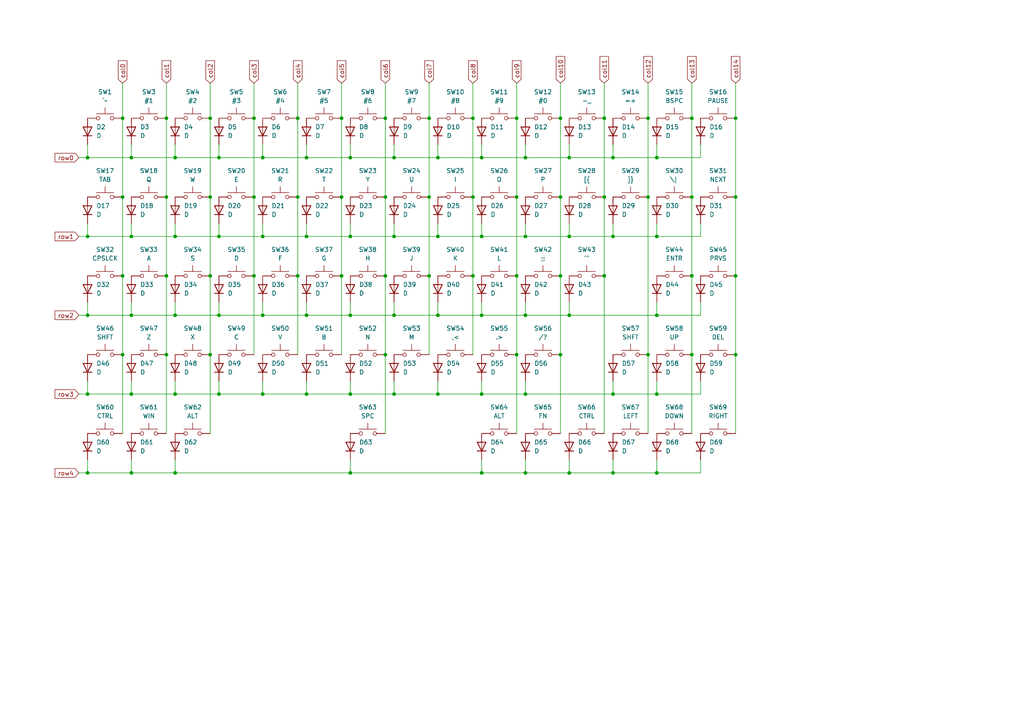
<source format=kicad_sch>
(kicad_sch (version 20250114) (generator "eeschema") (generator_version "9.0")
  (paper "A4")
  (junction (at 114.3 114.3))
  (junction (at 76.2 91.44))
  (junction (at 213.36 102.87))
  (junction (at 149.86 80.01))
  (junction (at 200.66 80.01))
  (junction (at 35.56 80.01))
  (junction (at 200.66 102.87))
  (junction (at 48.26 34.29))
  (junction (at 63.5 114.3))
  (junction (at 213.36 34.29))
  (junction (at 101.6 137.16))
  (junction (at 50.8 114.3))
  (junction (at 177.8 137.16))
  (junction (at 25.4 68.58))
  (junction (at 190.5 114.3))
  (junction (at 187.96 34.29))
  (junction (at 200.66 57.15))
  (junction (at 50.8 68.58))
  (junction (at 152.4 68.58))
  (junction (at 165.1 68.58))
  (junction (at 137.16 57.15))
  (junction (at 187.96 102.87))
  (junction (at 175.26 80.01))
  (junction (at 25.4 114.3))
  (junction (at 25.4 91.44))
  (junction (at 60.96 102.87))
  (junction (at 187.96 57.15))
  (junction (at 175.26 57.15))
  (junction (at 124.46 34.29))
  (junction (at 190.5 45.72))
  (junction (at 114.3 45.72))
  (junction (at 139.7 137.16))
  (junction (at 38.1 91.44))
  (junction (at 73.66 80.01))
  (junction (at 165.1 91.44))
  (junction (at 99.06 34.29))
  (junction (at 127 68.58))
  (junction (at 73.66 57.15))
  (junction (at 48.26 57.15))
  (junction (at 137.16 34.29))
  (junction (at 152.4 45.72))
  (junction (at 165.1 45.72))
  (junction (at 76.2 68.58))
  (junction (at 35.56 57.15))
  (junction (at 111.76 80.01))
  (junction (at 162.56 102.87))
  (junction (at 139.7 91.44))
  (junction (at 38.1 114.3))
  (junction (at 99.06 80.01))
  (junction (at 73.66 34.29))
  (junction (at 162.56 57.15))
  (junction (at 165.1 137.16))
  (junction (at 111.76 34.29))
  (junction (at 50.8 45.72))
  (junction (at 48.26 102.87))
  (junction (at 149.86 102.87))
  (junction (at 190.5 137.16))
  (junction (at 38.1 68.58))
  (junction (at 149.86 57.15))
  (junction (at 127 114.3))
  (junction (at 25.4 137.16))
  (junction (at 177.8 45.72))
  (junction (at 88.9 91.44))
  (junction (at 213.36 80.01))
  (junction (at 88.9 114.3))
  (junction (at 190.5 68.58))
  (junction (at 25.4 45.72))
  (junction (at 35.56 102.87))
  (junction (at 60.96 57.15))
  (junction (at 190.5 91.44))
  (junction (at 99.06 57.15))
  (junction (at 86.36 80.01))
  (junction (at 86.36 57.15))
  (junction (at 111.76 57.15))
  (junction (at 114.3 68.58))
  (junction (at 76.2 114.3))
  (junction (at 200.66 34.29))
  (junction (at 124.46 80.01))
  (junction (at 63.5 91.44))
  (junction (at 127 91.44))
  (junction (at 139.7 45.72))
  (junction (at 152.4 137.16))
  (junction (at 111.76 102.87))
  (junction (at 86.36 34.29))
  (junction (at 137.16 80.01))
  (junction (at 50.8 91.44))
  (junction (at 88.9 68.58))
  (junction (at 177.8 68.58))
  (junction (at 177.8 114.3))
  (junction (at 60.96 80.01))
  (junction (at 175.26 34.29))
  (junction (at 213.36 57.15))
  (junction (at 60.96 34.29))
  (junction (at 50.8 137.16))
  (junction (at 162.56 34.29))
  (junction (at 101.6 91.44))
  (junction (at 114.3 91.44))
  (junction (at 101.6 45.72))
  (junction (at 35.56 34.29))
  (junction (at 76.2 45.72))
  (junction (at 152.4 114.3))
  (junction (at 38.1 137.16))
  (junction (at 101.6 68.58))
  (junction (at 152.4 91.44))
  (junction (at 63.5 68.58))
  (junction (at 124.46 57.15))
  (junction (at 48.26 80.01))
  (junction (at 139.7 114.3))
  (junction (at 139.7 68.58))
  (junction (at 88.9 45.72))
  (junction (at 101.6 114.3))
  (junction (at 149.86 34.29))
  (junction (at 162.56 80.01))
  (junction (at 38.1 45.72))
  (junction (at 127 45.72))
  (junction (at 63.5 45.72))
  (wire (pts (xy 139.7 110.49) (xy 139.7 114.3)))
  (wire (pts (xy 149.86 24.13) (xy 149.86 34.29)))
  (wire (pts (xy 38.1 87.63) (xy 38.1 91.44)))
  (wire (pts (xy 177.8 114.3) (xy 190.5 114.3)))
  (wire (pts (xy 137.16 80.01) (xy 137.16 102.87)))
  (wire (pts (xy 152.4 41.91) (xy 152.4 45.72)))
  (wire (pts (xy 88.9 91.44) (xy 101.6 91.44)))
  (wire (pts (xy 60.96 102.87) (xy 60.96 125.73)))
  (wire (pts (xy 99.06 34.29) (xy 99.06 57.15)))
  (wire (pts (xy 63.5 87.63) (xy 63.5 91.44)))
  (wire (pts (xy 22.86 68.58) (xy 25.4 68.58)))
  (wire (pts (xy 190.5 45.72) (xy 203.2 45.72)))
  (wire (pts (xy 165.1 68.58) (xy 177.8 68.58)))
  (wire (pts (xy 165.1 137.16) (xy 177.8 137.16)))
  (wire (pts (xy 200.66 80.01) (xy 200.66 102.87)))
  (wire (pts (xy 76.2 110.49) (xy 76.2 114.3)))
  (wire (pts (xy 139.7 68.58) (xy 152.4 68.58)))
  (wire (pts (xy 76.2 91.44) (xy 88.9 91.44)))
  (wire (pts (xy 139.7 137.16) (xy 152.4 137.16)))
  (wire (pts (xy 203.2 133.35) (xy 203.2 137.16)))
  (wire (pts (xy 177.8 68.58) (xy 190.5 68.58)))
  (wire (pts (xy 88.9 114.3) (xy 101.6 114.3)))
  (wire (pts (xy 200.66 24.13) (xy 200.66 34.29)))
  (wire (pts (xy 63.5 45.72) (xy 76.2 45.72)))
  (wire (pts (xy 25.4 45.72) (xy 38.1 45.72)))
  (wire (pts (xy 114.3 110.49) (xy 114.3 114.3)))
  (wire (pts (xy 88.9 64.77) (xy 88.9 68.58)))
  (wire (pts (xy 152.4 45.72) (xy 165.1 45.72)))
  (wire (pts (xy 190.5 64.77) (xy 190.5 68.58)))
  (wire (pts (xy 127 91.44) (xy 139.7 91.44)))
  (wire (pts (xy 88.9 45.72) (xy 101.6 45.72)))
  (wire (pts (xy 35.56 57.15) (xy 35.56 80.01)))
  (wire (pts (xy 88.9 68.58) (xy 101.6 68.58)))
  (wire (pts (xy 88.9 87.63) (xy 88.9 91.44)))
  (wire (pts (xy 101.6 133.35) (xy 101.6 137.16)))
  (wire (pts (xy 203.2 41.91) (xy 203.2 45.72)))
  (wire (pts (xy 63.5 114.3) (xy 76.2 114.3)))
  (wire (pts (xy 76.2 68.58) (xy 88.9 68.58)))
  (wire (pts (xy 25.4 114.3) (xy 38.1 114.3)))
  (wire (pts (xy 111.76 80.01) (xy 111.76 102.87)))
  (wire (pts (xy 114.3 87.63) (xy 114.3 91.44)))
  (wire (pts (xy 99.06 80.01) (xy 99.06 102.87)))
  (wire (pts (xy 76.2 41.91) (xy 76.2 45.72)))
  (wire (pts (xy 86.36 57.15) (xy 86.36 80.01)))
  (wire (pts (xy 22.86 137.16) (xy 25.4 137.16)))
  (wire (pts (xy 88.9 110.49) (xy 88.9 114.3)))
  (wire (pts (xy 38.1 41.91) (xy 38.1 45.72)))
  (wire (pts (xy 114.3 64.77) (xy 114.3 68.58)))
  (wire (pts (xy 203.2 110.49) (xy 203.2 114.3)))
  (wire (pts (xy 152.4 110.49) (xy 152.4 114.3)))
  (wire (pts (xy 177.8 110.49) (xy 177.8 114.3)))
  (wire (pts (xy 73.66 24.13) (xy 73.66 34.29)))
  (wire (pts (xy 50.8 87.63) (xy 50.8 91.44)))
  (wire (pts (xy 213.36 34.29) (xy 213.36 57.15)))
  (wire (pts (xy 25.4 91.44) (xy 38.1 91.44)))
  (wire (pts (xy 149.86 80.01) (xy 149.86 102.87)))
  (wire (pts (xy 187.96 57.15) (xy 187.96 102.87)))
  (wire (pts (xy 38.1 91.44) (xy 50.8 91.44)))
  (wire (pts (xy 76.2 87.63) (xy 76.2 91.44)))
  (wire (pts (xy 76.2 64.77) (xy 76.2 68.58)))
  (wire (pts (xy 60.96 57.15) (xy 60.96 80.01)))
  (wire (pts (xy 63.5 41.91) (xy 63.5 45.72)))
  (wire (pts (xy 203.2 87.63) (xy 203.2 91.44)))
  (wire (pts (xy 48.26 102.87) (xy 48.26 125.73)))
  (wire (pts (xy 137.16 57.15) (xy 137.16 80.01)))
  (wire (pts (xy 25.4 110.49) (xy 25.4 114.3)))
  (wire (pts (xy 149.86 34.29) (xy 149.86 57.15)))
  (wire (pts (xy 175.26 80.01) (xy 175.26 125.73)))
  (wire (pts (xy 149.86 102.87) (xy 149.86 125.73)))
  (wire (pts (xy 190.5 133.35) (xy 190.5 137.16)))
  (wire (pts (xy 50.8 64.77) (xy 50.8 68.58)))
  (wire (pts (xy 213.36 57.15) (xy 213.36 80.01)))
  (wire (pts (xy 187.96 34.29) (xy 187.96 57.15)))
  (wire (pts (xy 99.06 57.15) (xy 99.06 80.01)))
  (wire (pts (xy 152.4 64.77) (xy 152.4 68.58)))
  (wire (pts (xy 127 114.3) (xy 139.7 114.3)))
  (wire (pts (xy 101.6 68.58) (xy 114.3 68.58)))
  (wire (pts (xy 190.5 114.3) (xy 203.2 114.3)))
  (wire (pts (xy 165.1 45.72) (xy 177.8 45.72)))
  (wire (pts (xy 111.76 57.15) (xy 111.76 80.01)))
  (wire (pts (xy 177.8 64.77) (xy 177.8 68.58)))
  (wire (pts (xy 177.8 133.35) (xy 177.8 137.16)))
  (wire (pts (xy 152.4 137.16) (xy 165.1 137.16)))
  (wire (pts (xy 50.8 91.44) (xy 63.5 91.44)))
  (wire (pts (xy 152.4 87.63) (xy 152.4 91.44)))
  (wire (pts (xy 114.3 68.58) (xy 127 68.58)))
  (wire (pts (xy 190.5 137.16) (xy 203.2 137.16)))
  (wire (pts (xy 48.26 24.13) (xy 48.26 34.29)))
  (wire (pts (xy 25.4 87.63) (xy 25.4 91.44)))
  (wire (pts (xy 48.26 34.29) (xy 48.26 57.15)))
  (wire (pts (xy 22.86 114.3) (xy 25.4 114.3)))
  (wire (pts (xy 114.3 45.72) (xy 127 45.72)))
  (wire (pts (xy 149.86 57.15) (xy 149.86 80.01)))
  (wire (pts (xy 165.1 87.63) (xy 165.1 91.44)))
  (wire (pts (xy 139.7 45.72) (xy 152.4 45.72)))
  (wire (pts (xy 162.56 34.29) (xy 162.56 57.15)))
  (wire (pts (xy 38.1 114.3) (xy 50.8 114.3)))
  (wire (pts (xy 162.56 57.15) (xy 162.56 80.01)))
  (wire (pts (xy 38.1 137.16) (xy 50.8 137.16)))
  (wire (pts (xy 101.6 45.72) (xy 114.3 45.72)))
  (wire (pts (xy 127 87.63) (xy 127 91.44)))
  (wire (pts (xy 203.2 64.77) (xy 203.2 68.58)))
  (wire (pts (xy 50.8 137.16) (xy 101.6 137.16)))
  (wire (pts (xy 139.7 64.77) (xy 139.7 68.58)))
  (wire (pts (xy 213.36 80.01) (xy 213.36 102.87)))
  (wire (pts (xy 162.56 80.01) (xy 162.56 102.87)))
  (wire (pts (xy 114.3 41.91) (xy 114.3 45.72)))
  (wire (pts (xy 60.96 34.29) (xy 60.96 57.15)))
  (wire (pts (xy 60.96 80.01) (xy 60.96 102.87)))
  (wire (pts (xy 190.5 41.91) (xy 190.5 45.72)))
  (wire (pts (xy 213.36 24.13) (xy 213.36 34.29)))
  (wire (pts (xy 175.26 57.15) (xy 175.26 80.01)))
  (wire (pts (xy 73.66 80.01) (xy 73.66 102.87)))
  (wire (pts (xy 86.36 34.29) (xy 86.36 57.15)))
  (wire (pts (xy 38.1 133.35) (xy 38.1 137.16)))
  (wire (pts (xy 111.76 102.87) (xy 111.76 125.73)))
  (wire (pts (xy 190.5 91.44) (xy 203.2 91.44)))
  (wire (pts (xy 48.26 57.15) (xy 48.26 80.01)))
  (wire (pts (xy 162.56 102.87) (xy 162.56 125.73)))
  (wire (pts (xy 35.56 24.13) (xy 35.56 34.29)))
  (wire (pts (xy 50.8 114.3) (xy 63.5 114.3)))
  (wire (pts (xy 127 64.77) (xy 127 68.58)))
  (wire (pts (xy 152.4 91.44) (xy 165.1 91.44)))
  (wire (pts (xy 101.6 114.3) (xy 114.3 114.3)))
  (wire (pts (xy 152.4 114.3) (xy 177.8 114.3)))
  (wire (pts (xy 124.46 34.29) (xy 124.46 57.15)))
  (wire (pts (xy 25.4 68.58) (xy 38.1 68.58)))
  (wire (pts (xy 177.8 45.72) (xy 190.5 45.72)))
  (wire (pts (xy 200.66 57.15) (xy 200.66 80.01)))
  (wire (pts (xy 101.6 87.63) (xy 101.6 91.44)))
  (wire (pts (xy 152.4 133.35) (xy 152.4 137.16)))
  (wire (pts (xy 101.6 91.44) (xy 114.3 91.44)))
  (wire (pts (xy 111.76 24.13) (xy 111.76 34.29)))
  (wire (pts (xy 162.56 24.13) (xy 162.56 34.29)))
  (wire (pts (xy 38.1 68.58) (xy 50.8 68.58)))
  (wire (pts (xy 99.06 24.13) (xy 99.06 34.29)))
  (wire (pts (xy 139.7 87.63) (xy 139.7 91.44)))
  (wire (pts (xy 50.8 41.91) (xy 50.8 45.72)))
  (wire (pts (xy 139.7 133.35) (xy 139.7 137.16)))
  (wire (pts (xy 137.16 34.29) (xy 137.16 57.15)))
  (wire (pts (xy 213.36 102.87) (xy 213.36 125.73)))
  (wire (pts (xy 48.26 80.01) (xy 48.26 102.87)))
  (wire (pts (xy 139.7 41.91) (xy 139.7 45.72)))
  (wire (pts (xy 38.1 64.77) (xy 38.1 68.58)))
  (wire (pts (xy 50.8 45.72) (xy 63.5 45.72)))
  (wire (pts (xy 177.8 41.91) (xy 177.8 45.72)))
  (wire (pts (xy 175.26 24.13) (xy 175.26 34.29)))
  (wire (pts (xy 165.1 133.35) (xy 165.1 137.16)))
  (wire (pts (xy 63.5 110.49) (xy 63.5 114.3)))
  (wire (pts (xy 152.4 68.58) (xy 165.1 68.58)))
  (wire (pts (xy 187.96 102.87) (xy 187.96 125.73)))
  (wire (pts (xy 22.86 91.44) (xy 25.4 91.44)))
  (wire (pts (xy 101.6 41.91) (xy 101.6 45.72)))
  (wire (pts (xy 86.36 80.01) (xy 86.36 102.87)))
  (wire (pts (xy 127 68.58) (xy 139.7 68.58)))
  (wire (pts (xy 111.76 34.29) (xy 111.76 57.15)))
  (wire (pts (xy 25.4 137.16) (xy 38.1 137.16)))
  (wire (pts (xy 73.66 34.29) (xy 73.66 57.15)))
  (wire (pts (xy 63.5 64.77) (xy 63.5 68.58)))
  (wire (pts (xy 175.26 34.29) (xy 175.26 57.15)))
  (wire (pts (xy 127 45.72) (xy 139.7 45.72)))
  (wire (pts (xy 124.46 80.01) (xy 124.46 102.87)))
  (wire (pts (xy 22.86 45.72) (xy 25.4 45.72)))
  (wire (pts (xy 60.96 24.13) (xy 60.96 34.29)))
  (wire (pts (xy 25.4 64.77) (xy 25.4 68.58)))
  (wire (pts (xy 73.66 57.15) (xy 73.66 80.01)))
  (wire (pts (xy 114.3 114.3) (xy 127 114.3)))
  (wire (pts (xy 63.5 91.44) (xy 76.2 91.44)))
  (wire (pts (xy 35.56 80.01) (xy 35.56 102.87)))
  (wire (pts (xy 86.36 24.13) (xy 86.36 34.29)))
  (wire (pts (xy 190.5 87.63) (xy 190.5 91.44)))
  (wire (pts (xy 165.1 64.77) (xy 165.1 68.58)))
  (wire (pts (xy 101.6 137.16) (xy 139.7 137.16)))
  (wire (pts (xy 190.5 68.58) (xy 203.2 68.58)))
  (wire (pts (xy 165.1 91.44) (xy 190.5 91.44)))
  (wire (pts (xy 139.7 114.3) (xy 152.4 114.3)))
  (wire (pts (xy 137.16 24.13) (xy 137.16 34.29)))
  (wire (pts (xy 50.8 110.49) (xy 50.8 114.3)))
  (wire (pts (xy 200.66 102.87) (xy 200.66 125.73)))
  (wire (pts (xy 88.9 41.91) (xy 88.9 45.72)))
  (wire (pts (xy 139.7 91.44) (xy 152.4 91.44)))
  (wire (pts (xy 76.2 45.72) (xy 88.9 45.72)))
  (wire (pts (xy 35.56 102.87) (xy 35.56 125.73)))
  (wire (pts (xy 50.8 68.58) (xy 63.5 68.58)))
  (wire (pts (xy 25.4 133.35) (xy 25.4 137.16)))
  (wire (pts (xy 165.1 41.91) (xy 165.1 45.72)))
  (wire (pts (xy 127 41.91) (xy 127 45.72)))
  (wire (pts (xy 63.5 68.58) (xy 76.2 68.58)))
  (wire (pts (xy 200.66 34.29) (xy 200.66 57.15)))
  (wire (pts (xy 124.46 57.15) (xy 124.46 80.01)))
  (wire (pts (xy 187.96 24.13) (xy 187.96 34.29)))
  (wire (pts (xy 76.2 114.3) (xy 88.9 114.3)))
  (wire (pts (xy 101.6 64.77) (xy 101.6 68.58)))
  (wire (pts (xy 25.4 41.91) (xy 25.4 45.72)))
  (wire (pts (xy 38.1 110.49) (xy 38.1 114.3)))
  (wire (pts (xy 190.5 110.49) (xy 190.5 114.3)))
  (wire (pts (xy 177.8 137.16) (xy 190.5 137.16)))
  (wire (pts (xy 124.46 24.13) (xy 124.46 34.29)))
  (wire (pts (xy 50.8 133.35) (xy 50.8 137.16)))
  (wire (pts (xy 114.3 91.44) (xy 127 91.44)))
  (wire (pts (xy 38.1 45.72) (xy 50.8 45.72)))
  (wire (pts (xy 127 110.49) (xy 127 114.3)))
  (wire (pts (xy 101.6 110.49) (xy 101.6 114.3)))
  (wire (pts (xy 35.56 34.29) (xy 35.56 57.15)))
  (global_label "row3" (shape input) (at 22.86 114.3 180) (property "Intersheetrefs" "${INTERSHEET_REFS}" (effects (hide yes))))
  (global_label "row2" (shape input) (at 22.86 91.44 180) (property "Intersheetrefs" "${INTERSHEET_REFS}" (effects (hide yes))))
  (global_label "col8" (shape input) (at 137.16 24.13 90) (property "Intersheetrefs" "${INTERSHEET_REFS}" (effects (hide yes))))
  (global_label "col2" (shape input) (at 60.96 24.13 90) (property "Intersheetrefs" "${INTERSHEET_REFS}" (effects (hide yes))))
  (global_label "col9" (shape input) (at 149.86 24.13 90) (property "Intersheetrefs" "${INTERSHEET_REFS}" (effects (hide yes))))
  (global_label "col12" (shape input) (at 187.96 24.13 90) (property "Intersheetrefs" "${INTERSHEET_REFS}" (effects (hide yes))))
  (global_label "col4" (shape input) (at 86.36 24.13 90) (property "Intersheetrefs" "${INTERSHEET_REFS}" (effects (hide yes))))
  (global_label "col5" (shape input) (at 99.06 24.13 90) (property "Intersheetrefs" "${INTERSHEET_REFS}" (effects (hide yes))))
  (global_label "row0" (shape input) (at 22.86 45.72 180) (property "Intersheetrefs" "${INTERSHEET_REFS}" (effects (hide yes))))
  (global_label "row1" (shape input) (at 22.86 68.58 180) (property "Intersheetrefs" "${INTERSHEET_REFS}" (effects (hide yes))))
  (global_label "col0" (shape input) (at 35.56 24.13 90) (property "Intersheetrefs" "${INTERSHEET_REFS}" (effects (hide yes))))
  (global_label "col1" (shape input) (at 48.26 24.13 90) (property "Intersheetrefs" "${INTERSHEET_REFS}" (effects (hide yes))))
  (global_label "col13" (shape input) (at 200.66 24.13 90) (property "Intersheetrefs" "${INTERSHEET_REFS}" (effects (hide yes))))
  (global_label "col7" (shape input) (at 124.46 24.13 90) (property "Intersheetrefs" "${INTERSHEET_REFS}" (effects (hide yes))))
  (global_label "col6" (shape input) (at 111.76 24.13 90) (property "Intersheetrefs" "${INTERSHEET_REFS}" (effects (hide yes))))
  (global_label "col14" (shape input) (at 213.36 24.13 90) (property "Intersheetrefs" "${INTERSHEET_REFS}" (effects (hide yes))))
  (global_label "row4" (shape input) (at 22.86 137.16 180) (property "Intersheetrefs" "${INTERSHEET_REFS}" (effects (hide yes))))
  (global_label "col11" (shape input) (at 175.26 24.13 90) (property "Intersheetrefs" "${INTERSHEET_REFS}" (effects (hide yes))))
  (global_label "col3" (shape input) (at 73.66 24.13 90) (property "Intersheetrefs" "${INTERSHEET_REFS}" (effects (hide yes))))
  (global_label "col10" (shape input) (at 162.56 24.13 90) (property "Intersheetrefs" "${INTERSHEET_REFS}" (effects (hide yes))))
  (symbol (lib_id "Device:D") (at 177.8 38.1 90) (unit 1)
    (property "Reference" "D14" (at 180.34 36.8299 90) (effects (justify right)))
    (property "Value" "D" (at 180.34 39.3699 90) (effects (justify right)))
    (property "Description" "Diode" (effects (hide yes)))
    (property "Sim.Device" "D" (effects (hide yes)))
    (property "Sim.Pins" "1=K 2=A" (effects (hide yes)))
  )
  (symbol (lib_id "Switch:SW_Push") (at 30.48 57.15 0) (unit 1)
    (property "Reference" "SW17" (at 30.48 49.53 0))
    (property "Value" "TAB" (at 30.48 52.07 0))
    (property "Description" "Push button switch, generic, two pins" (effects (hide yes)))
  )
  (symbol (lib_id "Device:D") (at 152.4 60.96 90) (unit 1)
    (property "Reference" "D27" (at 154.94 59.6899 90) (effects (justify right)))
    (property "Value" "D" (at 154.94 62.2299 90) (effects (justify right)))
    (property "Description" "Diode" (effects (hide yes)))
    (property "Sim.Device" "D" (effects (hide yes)))
    (property "Sim.Pins" "1=K 2=A" (effects (hide yes)))
  )
  (symbol (lib_id "Device:D") (at 101.6 83.82 90) (unit 1)
    (property "Reference" "D38" (at 104.14 82.5499 90) (effects (justify right)))
    (property "Value" "D" (at 104.14 85.0899 90) (effects (justify right)))
    (property "Description" "Diode" (effects (hide yes)))
    (property "Sim.Device" "D" (effects (hide yes)))
    (property "Sim.Pins" "1=K 2=A" (effects (hide yes)))
  )
  (symbol (lib_id "Device:D") (at 127 60.96 90) (unit 1)
    (property "Reference" "D25" (at 129.54 59.6899 90) (effects (justify right)))
    (property "Value" "D" (at 129.54 62.2299 90) (effects (justify right)))
    (property "Description" "Diode" (effects (hide yes)))
    (property "Sim.Device" "D" (effects (hide yes)))
    (property "Sim.Pins" "1=K 2=A" (effects (hide yes)))
  )
  (symbol (lib_id "Switch:SW_Push") (at 55.88 34.29 0) (unit 1)
    (property "Reference" "SW4" (at 55.88 26.67 0))
    (property "Value" "#2" (at 55.88 29.21 0))
    (property "Description" "Push button switch, generic, two pins" (effects (hide yes)))
  )
  (symbol (lib_id "Switch:SW_Push") (at 182.88 57.15 0) (unit 1)
    (property "Reference" "SW29" (at 182.88 49.53 0))
    (property "Value" "]}" (at 182.88 52.07 0))
    (property "Description" "Push button switch, generic, two pins" (effects (hide yes)))
  )
  (symbol (lib_id "Device:D") (at 76.2 106.68 90) (unit 1)
    (property "Reference" "D50" (at 78.74 105.4099 90) (effects (justify right)))
    (property "Value" "D" (at 78.74 107.9499 90) (effects (justify right)))
    (property "Description" "Diode" (effects (hide yes)))
    (property "Sim.Device" "D" (effects (hide yes)))
    (property "Sim.Pins" "1=K 2=A" (effects (hide yes)))
  )
  (symbol (lib_id "Switch:SW_Push") (at 195.58 34.29 0) (unit 1)
    (property "Reference" "SW15" (at 195.58 26.67 0))
    (property "Value" "BSPC" (at 195.58 29.21 0))
    (property "Description" "Push button switch, generic, two pins" (effects (hide yes)))
  )
  (symbol (lib_id "Device:D") (at 101.6 38.1 90) (unit 1)
    (property "Reference" "D8" (at 104.14 36.8299 90) (effects (justify right)))
    (property "Value" "D" (at 104.14 39.3699 90) (effects (justify right)))
    (property "Description" "Diode" (effects (hide yes)))
    (property "Sim.Device" "D" (effects (hide yes)))
    (property "Sim.Pins" "1=K 2=A" (effects (hide yes)))
  )
  (symbol (lib_id "Device:D") (at 190.5 129.54 90) (unit 1)
    (property "Reference" "D68" (at 193.04 128.2699 90) (effects (justify right)))
    (property "Value" "D" (at 193.04 130.8099 90) (effects (justify right)))
    (property "Description" "Diode" (effects (hide yes)))
    (property "Sim.Device" "D" (effects (hide yes)))
    (property "Sim.Pins" "1=K 2=A" (effects (hide yes)))
  )
  (symbol (lib_id "Switch:SW_Push") (at 30.48 125.73 0) (unit 1)
    (property "Reference" "SW60" (at 30.48 118.11 0))
    (property "Value" "CTRL" (at 30.48 120.65 0))
    (property "Description" "Push button switch, generic, two pins" (effects (hide yes)))
  )
  (symbol (lib_id "Device:D") (at 127 83.82 90) (unit 1)
    (property "Reference" "D40" (at 129.54 82.5499 90) (effects (justify right)))
    (property "Value" "D" (at 129.54 85.0899 90) (effects (justify right)))
    (property "Description" "Diode" (effects (hide yes)))
    (property "Sim.Device" "D" (effects (hide yes)))
    (property "Sim.Pins" "1=K 2=A" (effects (hide yes)))
  )
  (symbol (lib_id "Device:D") (at 88.9 60.96 90) (unit 1)
    (property "Reference" "D22" (at 91.44 59.6899 90) (effects (justify right)))
    (property "Value" "D" (at 91.44 62.2299 90) (effects (justify right)))
    (property "Description" "Diode" (effects (hide yes)))
    (property "Sim.Device" "D" (effects (hide yes)))
    (property "Sim.Pins" "1=K 2=A" (effects (hide yes)))
  )
  (symbol (lib_id "Switch:SW_Push") (at 55.88 57.15 0) (unit 1)
    (property "Reference" "SW19" (at 55.88 49.53 0))
    (property "Value" "W" (at 55.88 52.07 0))
    (property "Description" "Push button switch, generic, two pins" (effects (hide yes)))
  )
  (symbol (lib_id "Switch:SW_Push") (at 55.88 80.01 0) (unit 1)
    (property "Reference" "SW34" (at 55.88 72.39 0))
    (property "Value" "S" (at 55.88 74.93 0))
    (property "Description" "Push button switch, generic, two pins" (effects (hide yes)))
  )
  (symbol (lib_id "Switch:SW_Push") (at 106.68 80.01 0) (unit 1)
    (property "Reference" "SW38" (at 106.68 72.39 0))
    (property "Value" "H" (at 106.68 74.93 0))
    (property "Description" "Push button switch, generic, two pins" (effects (hide yes)))
  )
  (symbol (lib_id "Switch:SW_Push") (at 170.18 80.01 0) (unit 1)
    (property "Reference" "SW43" (at 170.18 72.39 0))
    (property "Value" "'\"" (at 170.18 74.93 0))
    (property "Description" "Push button switch, generic, two pins" (effects (hide yes)))
  )
  (symbol (lib_id "Switch:SW_Push") (at 68.58 102.87 0) (unit 1)
    (property "Reference" "SW49" (at 68.58 95.25 0))
    (property "Value" "C" (at 68.58 97.79 0))
    (property "Description" "Push button switch, generic, two pins" (effects (hide yes)))
  )
  (symbol (lib_id "Switch:SW_Push") (at 157.48 80.01 0) (unit 1)
    (property "Reference" "SW42" (at 157.48 72.39 0))
    (property "Value" ";:" (at 157.48 74.93 0))
    (property "Description" "Push button switch, generic, two pins" (effects (hide yes)))
  )
  (symbol (lib_id "Device:D") (at 76.2 60.96 90) (unit 1)
    (property "Reference" "D21" (at 78.74 59.6899 90) (effects (justify right)))
    (property "Value" "D" (at 78.74 62.2299 90) (effects (justify right)))
    (property "Description" "Diode" (effects (hide yes)))
    (property "Sim.Device" "D" (effects (hide yes)))
    (property "Sim.Pins" "1=K 2=A" (effects (hide yes)))
  )
  (symbol (lib_id "Device:D") (at 165.1 60.96 90) (unit 1)
    (property "Reference" "D28" (at 167.64 59.6899 90) (effects (justify right)))
    (property "Value" "D" (at 167.64 62.2299 90) (effects (justify right)))
    (property "Description" "Diode" (effects (hide yes)))
    (property "Sim.Device" "D" (effects (hide yes)))
    (property "Sim.Pins" "1=K 2=A" (effects (hide yes)))
  )
  (symbol (lib_id "Device:D") (at 152.4 129.54 90) (unit 1)
    (property "Reference" "D65" (at 154.94 128.2699 90) (effects (justify right)))
    (property "Value" "D" (at 154.94 130.8099 90) (effects (justify right)))
    (property "Description" "Diode" (effects (hide yes)))
    (property "Sim.Device" "D" (effects (hide yes)))
    (property "Sim.Pins" "1=K 2=A" (effects (hide yes)))
  )
  (symbol (lib_id "Switch:SW_Push") (at 106.68 57.15 0) (unit 1)
    (property "Reference" "SW23" (at 106.68 49.53 0))
    (property "Value" "Y" (at 106.68 52.07 0))
    (property "Description" "Push button switch, generic, two pins" (effects (hide yes)))
  )
  (symbol (lib_id "Switch:SW_Push") (at 157.48 125.73 0) (unit 1)
    (property "Reference" "SW65" (at 157.48 118.11 0))
    (property "Value" "FN" (at 157.48 120.65 0))
    (property "Description" "Push button switch, generic, two pins" (effects (hide yes)))
  )
  (symbol (lib_id "Device:D") (at 152.4 38.1 90) (unit 1)
    (property "Reference" "D12" (at 154.94 36.8299 90) (effects (justify right)))
    (property "Value" "D" (at 154.94 39.3699 90) (effects (justify right)))
    (property "Description" "Diode" (effects (hide yes)))
    (property "Sim.Device" "D" (effects (hide yes)))
    (property "Sim.Pins" "1=K 2=A" (effects (hide yes)))
  )
  (symbol (lib_id "Device:D") (at 101.6 106.68 90) (unit 1)
    (property "Reference" "D52" (at 104.14 105.4099 90) (effects (justify right)))
    (property "Value" "D" (at 104.14 107.9499 90) (effects (justify right)))
    (property "Description" "Diode" (effects (hide yes)))
    (property "Sim.Device" "D" (effects (hide yes)))
    (property "Sim.Pins" "1=K 2=A" (effects (hide yes)))
  )
  (symbol (lib_id "Switch:SW_Push") (at 119.38 34.29 0) (unit 1)
    (property "Reference" "SW9" (at 119.38 26.67 0))
    (property "Value" "#7" (at 119.38 29.21 0))
    (property "Description" "Push button switch, generic, two pins" (effects (hide yes)))
  )
  (symbol (lib_id "Switch:SW_Push") (at 30.48 34.29 0) (unit 1)
    (property "Reference" "SW1" (at 30.48 26.67 0))
    (property "Value" "`~" (at 30.48 29.21 0))
    (property "Description" "Push button switch, generic, two pins" (effects (hide yes)))
  )
  (symbol (lib_id "Switch:SW_Push") (at 132.08 80.01 0) (unit 1)
    (property "Reference" "SW40" (at 132.08 72.39 0))
    (property "Value" "K" (at 132.08 74.93 0))
    (property "Description" "Push button switch, generic, two pins" (effects (hide yes)))
  )
  (symbol (lib_id "Switch:SW_Push") (at 182.88 34.29 0) (unit 1)
    (property "Reference" "SW14" (at 182.88 26.67 0))
    (property "Value" "=+" (at 182.88 29.21 0))
    (property "Description" "Push button switch, generic, two pins" (effects (hide yes)))
  )
  (symbol (lib_id "Switch:SW_Push") (at 68.58 34.29 0) (unit 1)
    (property "Reference" "SW5" (at 68.58 26.67 0))
    (property "Value" "#3" (at 68.58 29.21 0))
    (property "Description" "Push button switch, generic, two pins" (effects (hide yes)))
  )
  (symbol (lib_id "Switch:SW_Push") (at 132.08 34.29 0) (unit 1)
    (property "Reference" "SW10" (at 132.08 26.67 0))
    (property "Value" "#8" (at 132.08 29.21 0))
    (property "Description" "Push button switch, generic, two pins" (effects (hide yes)))
  )
  (symbol (lib_id "Switch:SW_Push") (at 144.78 102.87 0) (unit 1)
    (property "Reference" "SW55" (at 144.78 95.25 0))
    (property "Value" ".>" (at 144.78 97.79 0))
    (property "Description" "Push button switch, generic, two pins" (effects (hide yes)))
  )
  (symbol (lib_id "Switch:SW_Push") (at 157.48 57.15 0) (unit 1)
    (property "Reference" "SW27" (at 157.48 49.53 0))
    (property "Value" "P" (at 157.48 52.07 0))
    (property "Description" "Push button switch, generic, two pins" (effects (hide yes)))
  )
  (symbol (lib_id "Switch:SW_Push") (at 132.08 102.87 0) (unit 1)
    (property "Reference" "SW54" (at 132.08 95.25 0))
    (property "Value" ",<" (at 132.08 97.79 0))
    (property "Description" "Push button switch, generic, two pins" (effects (hide yes)))
  )
  (symbol (lib_id "Device:D") (at 114.3 38.1 90) (unit 1)
    (property "Reference" "D9" (at 116.84 36.8299 90) (effects (justify right)))
    (property "Value" "D" (at 116.84 39.3699 90) (effects (justify right)))
    (property "Description" "Diode" (effects (hide yes)))
    (property "Sim.Device" "D" (effects (hide yes)))
    (property "Sim.Pins" "1=K 2=A" (effects (hide yes)))
  )
  (symbol (lib_id "Device:D") (at 165.1 83.82 90) (unit 1)
    (property "Reference" "D43" (at 167.64 82.5499 90) (effects (justify right)))
    (property "Value" "D" (at 167.64 85.0899 90) (effects (justify right)))
    (property "Description" "Diode" (effects (hide yes)))
    (property "Sim.Device" "D" (effects (hide yes)))
    (property "Sim.Pins" "1=K 2=A" (effects (hide yes)))
  )
  (symbol (lib_id "Switch:SW_Push") (at 208.28 80.01 0) (unit 1)
    (property "Reference" "SW45" (at 208.28 72.39 0))
    (property "Value" "PRVS" (at 208.28 74.93 0))
    (property "Description" "Push button switch, generic, two pins" (effects (hide yes)))
  )
  (symbol (lib_id "Device:D") (at 88.9 38.1 90) (unit 1)
    (property "Reference" "D7" (at 91.44 36.8299 90) (effects (justify right)))
    (property "Value" "D" (at 91.44 39.3699 90) (effects (justify right)))
    (property "Description" "Diode" (effects (hide yes)))
    (property "Sim.Device" "D" (effects (hide yes)))
    (property "Sim.Pins" "1=K 2=A" (effects (hide yes)))
  )
  (symbol (lib_id "Switch:SW_Push") (at 93.98 80.01 0) (unit 1)
    (property "Reference" "SW37" (at 93.98 72.39 0))
    (property "Value" "G" (at 93.98 74.93 0))
    (property "Description" "Push button switch, generic, two pins" (effects (hide yes)))
  )
  (symbol (lib_id "Device:D") (at 38.1 38.1 90) (unit 1)
    (property "Reference" "D3" (at 40.64 36.8299 90) (effects (justify right)))
    (property "Value" "D" (at 40.64 39.3699 90) (effects (justify right)))
    (property "Description" "Diode" (effects (hide yes)))
    (property "Sim.Device" "D" (effects (hide yes)))
    (property "Sim.Pins" "1=K 2=A" (effects (hide yes)))
  )
  (symbol (lib_id "Device:D") (at 139.7 129.54 90) (unit 1)
    (property "Reference" "D64" (at 142.24 128.2699 90) (effects (justify right)))
    (property "Value" "D" (at 142.24 130.8099 90) (effects (justify right)))
    (property "Description" "Diode" (effects (hide yes)))
    (property "Sim.Device" "D" (effects (hide yes)))
    (property "Sim.Pins" "1=K 2=A" (effects (hide yes)))
  )
  (symbol (lib_id "Device:D") (at 114.3 60.96 90) (unit 1)
    (property "Reference" "D24" (at 116.84 59.6899 90) (effects (justify right)))
    (property "Value" "D" (at 116.84 62.2299 90) (effects (justify right)))
    (property "Description" "Diode" (effects (hide yes)))
    (property "Sim.Device" "D" (effects (hide yes)))
    (property "Sim.Pins" "1=K 2=A" (effects (hide yes)))
  )
  (symbol (lib_id "Switch:SW_Push") (at 119.38 57.15 0) (unit 1)
    (property "Reference" "SW24" (at 119.38 49.53 0))
    (property "Value" "U" (at 119.38 52.07 0))
    (property "Description" "Push button switch, generic, two pins" (effects (hide yes)))
  )
  (symbol (lib_id "Device:D") (at 101.6 129.54 90) (unit 1)
    (property "Reference" "D63" (at 104.14 128.2699 90) (effects (justify right)))
    (property "Value" "D" (at 104.14 130.8099 90) (effects (justify right)))
    (property "Description" "Diode" (effects (hide yes)))
    (property "Sim.Device" "D" (effects (hide yes)))
    (property "Sim.Pins" "1=K 2=A" (effects (hide yes)))
  )
  (symbol (lib_id "Device:D") (at 63.5 60.96 90) (unit 1)
    (property "Reference" "D20" (at 66.04 59.6899 90) (effects (justify right)))
    (property "Value" "D" (at 66.04 62.2299 90) (effects (justify right)))
    (property "Description" "Diode" (effects (hide yes)))
    (property "Sim.Device" "D" (effects (hide yes)))
    (property "Sim.Pins" "1=K 2=A" (effects (hide yes)))
  )
  (symbol (lib_id "Switch:SW_Push") (at 93.98 34.29 0) (unit 1)
    (property "Reference" "SW7" (at 93.98 26.67 0))
    (property "Value" "#5" (at 93.98 29.21 0))
    (property "Description" "Push button switch, generic, two pins" (effects (hide yes)))
  )
  (symbol (lib_id "Device:D") (at 152.4 83.82 90) (unit 1)
    (property "Reference" "D42" (at 154.94 82.5499 90) (effects (justify right)))
    (property "Value" "D" (at 154.94 85.0899 90) (effects (justify right)))
    (property "Description" "Diode" (effects (hide yes)))
    (property "Sim.Device" "D" (effects (hide yes)))
    (property "Sim.Pins" "1=K 2=A" (effects (hide yes)))
  )
  (symbol (lib_id "Switch:SW_Push") (at 195.58 102.87 0) (unit 1)
    (property "Reference" "SW58" (at 195.58 95.25 0))
    (property "Value" "UP" (at 195.58 97.79 0))
    (property "Description" "Push button switch, generic, two pins" (effects (hide yes)))
  )
  (symbol (lib_id "Device:D") (at 127 106.68 90) (unit 1)
    (property "Reference" "D54" (at 129.54 105.4099 90) (effects (justify right)))
    (property "Value" "D" (at 129.54 107.9499 90) (effects (justify right)))
    (property "Description" "Diode" (effects (hide yes)))
    (property "Sim.Device" "D" (effects (hide yes)))
    (property "Sim.Pins" "1=K 2=A" (effects (hide yes)))
  )
  (symbol (lib_id "Switch:SW_Push") (at 43.18 57.15 0) (unit 1)
    (property "Reference" "SW18" (at 43.18 49.53 0))
    (property "Value" "Q" (at 43.18 52.07 0))
    (property "Description" "Push button switch, generic, two pins" (effects (hide yes)))
  )
  (symbol (lib_id "Device:D") (at 177.8 60.96 90) (unit 1)
    (property "Reference" "D29" (at 180.34 59.6899 90) (effects (justify right)))
    (property "Value" "D" (at 180.34 62.2299 90) (effects (justify right)))
    (property "Description" "Diode" (effects (hide yes)))
    (property "Sim.Device" "D" (effects (hide yes)))
    (property "Sim.Pins" "1=K 2=A" (effects (hide yes)))
  )
  (symbol (lib_id "Device:D") (at 63.5 38.1 90) (unit 1)
    (property "Reference" "D5" (at 66.04 36.8299 90) (effects (justify right)))
    (property "Value" "D" (at 66.04 39.3699 90) (effects (justify right)))
    (property "Description" "Diode" (effects (hide yes)))
    (property "Sim.Device" "D" (effects (hide yes)))
    (property "Sim.Pins" "1=K 2=A" (effects (hide yes)))
  )
  (symbol (lib_id "Switch:SW_Push") (at 106.68 125.73 0) (unit 1)
    (property "Reference" "SW63" (at 106.68 118.11 0))
    (property "Value" "SPC" (at 106.68 120.65 0))
    (property "Description" "Push button switch, generic, two pins" (effects (hide yes)))
  )
  (symbol (lib_id "Switch:SW_Push") (at 55.88 102.87 0) (unit 1)
    (property "Reference" "SW48" (at 55.88 95.25 0))
    (property "Value" "X" (at 55.88 97.79 0))
    (property "Description" "Push button switch, generic, two pins" (effects (hide yes)))
  )
  (symbol (lib_id "Device:D") (at 76.2 83.82 90) (unit 1)
    (property "Reference" "D36" (at 78.74 82.5499 90) (effects (justify right)))
    (property "Value" "D" (at 78.74 85.0899 90) (effects (justify right)))
    (property "Description" "Diode" (effects (hide yes)))
    (property "Sim.Device" "D" (effects (hide yes)))
    (property "Sim.Pins" "1=K 2=A" (effects (hide yes)))
  )
  (symbol (lib_id "Switch:SW_Push") (at 208.28 102.87 0) (unit 1)
    (property "Reference" "SW59" (at 208.28 95.25 0))
    (property "Value" "DEL" (at 208.28 97.79 0))
    (property "Description" "Push button switch, generic, two pins" (effects (hide yes)))
  )
  (symbol (lib_id "Switch:SW_Push") (at 144.78 57.15 0) (unit 1)
    (property "Reference" "SW26" (at 144.78 49.53 0))
    (property "Value" "O" (at 144.78 52.07 0))
    (property "Description" "Push button switch, generic, two pins" (effects (hide yes)))
  )
  (symbol (lib_id "Switch:SW_Push") (at 157.48 102.87 0) (unit 1)
    (property "Reference" "SW56" (at 157.48 95.25 0))
    (property "Value" "/?" (at 157.48 97.79 0))
    (property "Description" "Push button switch, generic, two pins" (effects (hide yes)))
  )
  (symbol (lib_id "Device:D") (at 38.1 83.82 90) (unit 1)
    (property "Reference" "D33" (at 40.64 82.5499 90) (effects (justify right)))
    (property "Value" "D" (at 40.64 85.0899 90) (effects (justify right)))
    (property "Description" "Diode" (effects (hide yes)))
    (property "Sim.Device" "D" (effects (hide yes)))
    (property "Sim.Pins" "1=K 2=A" (effects (hide yes)))
  )
  (symbol (lib_id "Switch:SW_Push") (at 119.38 80.01 0) (unit 1)
    (property "Reference" "SW39" (at 119.38 72.39 0))
    (property "Value" "J" (at 119.38 74.93 0))
    (property "Description" "Push button switch, generic, two pins" (effects (hide yes)))
  )
  (symbol (lib_id "Device:D") (at 50.8 38.1 90) (unit 1)
    (property "Reference" "D4" (at 53.34 36.8299 90) (effects (justify right)))
    (property "Value" "D" (at 53.34 39.3699 90) (effects (justify right)))
    (property "Description" "Diode" (effects (hide yes)))
    (property "Sim.Device" "D" (effects (hide yes)))
    (property "Sim.Pins" "1=K 2=A" (effects (hide yes)))
  )
  (symbol (lib_id "Switch:SW_Push") (at 93.98 57.15 0) (unit 1)
    (property "Reference" "SW22" (at 93.98 49.53 0))
    (property "Value" "T" (at 93.98 52.07 0))
    (property "Description" "Push button switch, generic, two pins" (effects (hide yes)))
  )
  (symbol (lib_id "Switch:SW_Push") (at 132.08 57.15 0) (unit 1)
    (property "Reference" "SW25" (at 132.08 49.53 0))
    (property "Value" "I" (at 132.08 52.07 0))
    (property "Description" "Push button switch, generic, two pins" (effects (hide yes)))
  )
  (symbol (lib_id "Device:D") (at 190.5 38.1 90) (unit 1)
    (property "Reference" "D15" (at 193.04 36.8299 90) (effects (justify right)))
    (property "Value" "D" (at 193.04 39.3699 90) (effects (justify right)))
    (property "Description" "Diode" (effects (hide yes)))
    (property "Sim.Device" "D" (effects (hide yes)))
    (property "Sim.Pins" "1=K 2=A" (effects (hide yes)))
  )
  (symbol (lib_id "Device:D") (at 38.1 129.54 90) (unit 1)
    (property "Reference" "D61" (at 40.64 128.2699 90) (effects (justify right)))
    (property "Value" "D" (at 40.64 130.8099 90) (effects (justify right)))
    (property "Description" "Diode" (effects (hide yes)))
    (property "Sim.Device" "D" (effects (hide yes)))
    (property "Sim.Pins" "1=K 2=A" (effects (hide yes)))
  )
  (symbol (lib_id "Switch:SW_Push") (at 106.68 34.29 0) (unit 1)
    (property "Reference" "SW8" (at 106.68 26.67 0))
    (property "Value" "#6" (at 106.68 29.21 0))
    (property "Description" "Push button switch, generic, two pins" (effects (hide yes)))
  )
  (symbol (lib_id "Device:D") (at 50.8 106.68 90) (unit 1)
    (property "Reference" "D48" (at 53.34 105.4099 90) (effects (justify right)))
    (property "Value" "D" (at 53.34 107.9499 90) (effects (justify right)))
    (property "Description" "Diode" (effects (hide yes)))
    (property "Sim.Device" "D" (effects (hide yes)))
    (property "Sim.Pins" "1=K 2=A" (effects (hide yes)))
  )
  (symbol (lib_id "Device:D") (at 50.8 83.82 90) (unit 1)
    (property "Reference" "D34" (at 53.34 82.5499 90) (effects (justify right)))
    (property "Value" "D" (at 53.34 85.0899 90) (effects (justify right)))
    (property "Description" "Diode" (effects (hide yes)))
    (property "Sim.Device" "D" (effects (hide yes)))
    (property "Sim.Pins" "1=K 2=A" (effects (hide yes)))
  )
  (symbol (lib_id "Switch:SW_Push") (at 30.48 80.01 0) (unit 1)
    (property "Reference" "SW32" (at 30.48 72.39 0))
    (property "Value" "CPSLCK" (at 30.48 74.93 0))
    (property "Description" "Push button switch, generic, two pins" (effects (hide yes)))
  )
  (symbol (lib_id "Switch:SW_Push") (at 157.48 34.29 0) (unit 1)
    (property "Reference" "SW12" (at 157.48 26.67 0))
    (property "Value" "#0" (at 157.48 29.21 0))
    (property "Description" "Push button switch, generic, two pins" (effects (hide yes)))
  )
  (symbol (lib_id "Switch:SW_Push") (at 144.78 80.01 0) (unit 1)
    (property "Reference" "SW41" (at 144.78 72.39 0))
    (property "Value" "L" (at 144.78 74.93 0))
    (property "Description" "Push button switch, generic, two pins" (effects (hide yes)))
  )
  (symbol (lib_id "Device:D") (at 50.8 60.96 90) (unit 1)
    (property "Reference" "D19" (at 53.34 59.6899 90) (effects (justify right)))
    (property "Value" "D" (at 53.34 62.2299 90) (effects (justify right)))
    (property "Description" "Diode" (effects (hide yes)))
    (property "Sim.Device" "D" (effects (hide yes)))
    (property "Sim.Pins" "1=K 2=A" (effects (hide yes)))
  )
  (symbol (lib_id "Device:D") (at 165.1 38.1 90) (unit 1)
    (property "Reference" "D13" (at 167.64 36.8299 90) (effects (justify right)))
    (property "Value" "D" (at 167.64 39.3699 90) (effects (justify right)))
    (property "Description" "Diode" (effects (hide yes)))
    (property "Sim.Device" "D" (effects (hide yes)))
    (property "Sim.Pins" "1=K 2=A" (effects (hide yes)))
  )
  (symbol (lib_id "Device:D") (at 38.1 106.68 90) (unit 1)
    (property "Reference" "D47" (at 40.64 105.4099 90) (effects (justify right)))
    (property "Value" "D" (at 40.64 107.9499 90) (effects (justify right)))
    (property "Description" "Diode" (effects (hide yes)))
    (property "Sim.Device" "D" (effects (hide yes)))
    (property "Sim.Pins" "1=K 2=A" (effects (hide yes)))
  )
  (symbol (lib_id "Switch:SW_Push") (at 208.28 34.29 0) (unit 1)
    (property "Reference" "SW16" (at 208.28 26.67 0))
    (property "Value" "PAUSE" (at 208.28 29.21 0))
    (property "Description" "Push button switch, generic, two pins" (effects (hide yes)))
  )
  (symbol (lib_id "Device:D") (at 63.5 106.68 90) (unit 1)
    (property "Reference" "D49" (at 66.04 105.4099 90) (effects (justify right)))
    (property "Value" "D" (at 66.04 107.9499 90) (effects (justify right)))
    (property "Description" "Diode" (effects (hide yes)))
    (property "Sim.Device" "D" (effects (hide yes)))
    (property "Sim.Pins" "1=K 2=A" (effects (hide yes)))
  )
  (symbol (lib_id "Device:D") (at 190.5 83.82 90) (unit 1)
    (property "Reference" "D44" (at 193.04 82.5499 90) (effects (justify right)))
    (property "Value" "D" (at 193.04 85.0899 90) (effects (justify right)))
    (property "Description" "Diode" (effects (hide yes)))
    (property "Sim.Device" "D" (effects (hide yes)))
    (property "Sim.Pins" "1=K 2=A" (effects (hide yes)))
  )
  (symbol (lib_id "Switch:SW_Push") (at 144.78 125.73 0) (unit 1)
    (property "Reference" "SW64" (at 144.78 118.11 0))
    (property "Value" "ALT" (at 144.78 120.65 0))
    (property "Description" "Push button switch, generic, two pins" (effects (hide yes)))
  )
  (symbol (lib_id "Switch:SW_Push") (at 68.58 80.01 0) (unit 1)
    (property "Reference" "SW35" (at 68.58 72.39 0))
    (property "Value" "D" (at 68.58 74.93 0))
    (property "Description" "Push button switch, generic, two pins" (effects (hide yes)))
  )
  (symbol (lib_id "Switch:SW_Push") (at 170.18 125.73 0) (unit 1)
    (property "Reference" "SW66" (at 170.18 118.11 0))
    (property "Value" "CTRL" (at 170.18 120.65 0))
    (property "Description" "Push button switch, generic, two pins" (effects (hide yes)))
  )
  (symbol (lib_id "Switch:SW_Push") (at 170.18 57.15 0) (unit 1)
    (property "Reference" "SW28" (at 170.18 49.53 0))
    (property "Value" "[{" (at 170.18 52.07 0))
    (property "Description" "Push button switch, generic, two pins" (effects (hide yes)))
  )
  (symbol (lib_id "Switch:SW_Push") (at 208.28 125.73 0) (unit 1)
    (property "Reference" "SW69" (at 208.28 118.11 0))
    (property "Value" "RIGHT" (at 208.28 120.65 0))
    (property "Description" "Push button switch, generic, two pins" (effects (hide yes)))
  )
  (symbol (lib_id "Device:D") (at 25.4 60.96 90) (unit 1)
    (property "Reference" "D17" (at 27.94 59.6899 90) (effects (justify right)))
    (property "Value" "D" (at 27.94 62.2299 90) (effects (justify right)))
    (property "Description" "Diode" (effects (hide yes)))
    (property "Sim.Device" "D" (effects (hide yes)))
    (property "Sim.Pins" "1=K 2=A" (effects (hide yes)))
  )
  (symbol (lib_id "Device:D") (at 203.2 83.82 90) (unit 1)
    (property "Reference" "D45" (at 205.74 82.5499 90) (effects (justify right)))
    (property "Value" "D" (at 205.74 85.0899 90) (effects (justify right)))
    (property "Description" "Diode" (effects (hide yes)))
    (property "Sim.Device" "D" (effects (hide yes)))
    (property "Sim.Pins" "1=K 2=A" (effects (hide yes)))
  )
  (symbol (lib_id "Device:D") (at 177.8 129.54 90) (unit 1)
    (property "Reference" "D67" (at 180.34 128.2699 90) (effects (justify right)))
    (property "Value" "D" (at 180.34 130.8099 90) (effects (justify right)))
    (property "Description" "Diode" (effects (hide yes)))
    (property "Sim.Device" "D" (effects (hide yes)))
    (property "Sim.Pins" "1=K 2=A" (effects (hide yes)))
  )
  (symbol (lib_id "Device:D") (at 203.2 60.96 90) (unit 1)
    (property "Reference" "D31" (at 205.74 59.6899 90) (effects (justify right)))
    (property "Value" "D" (at 205.74 62.2299 90) (effects (justify right)))
    (property "Description" "Diode" (effects (hide yes)))
    (property "Sim.Device" "D" (effects (hide yes)))
    (property "Sim.Pins" "1=K 2=A" (effects (hide yes)))
  )
  (symbol (lib_id "Device:D") (at 177.8 106.68 90) (unit 1)
    (property "Reference" "D57" (at 180.34 105.4099 90) (effects (justify right)))
    (property "Value" "D" (at 180.34 107.9499 90) (effects (justify right)))
    (property "Description" "Diode" (effects (hide yes)))
    (property "Sim.Device" "D" (effects (hide yes)))
    (property "Sim.Pins" "1=K 2=A" (effects (hide yes)))
  )
  (symbol (lib_id "Switch:SW_Push") (at 195.58 125.73 0) (unit 1)
    (property "Reference" "SW68" (at 195.58 118.11 0))
    (property "Value" "DOWN" (at 195.58 120.65 0))
    (property "Description" "Push button switch, generic, two pins" (effects (hide yes)))
  )
  (symbol (lib_id "Device:D") (at 63.5 83.82 90) (unit 1)
    (property "Reference" "D35" (at 66.04 82.5499 90) (effects (justify right)))
    (property "Value" "D" (at 66.04 85.0899 90) (effects (justify right)))
    (property "Description" "Diode" (effects (hide yes)))
    (property "Sim.Device" "D" (effects (hide yes)))
    (property "Sim.Pins" "1=K 2=A" (effects (hide yes)))
  )
  (symbol (lib_id "Switch:SW_Push") (at 170.18 34.29 0) (unit 1)
    (property "Reference" "SW13" (at 170.18 26.67 0))
    (property "Value" "-_" (at 170.18 29.21 0))
    (property "Description" "Push button switch, generic, two pins" (effects (hide yes)))
  )
  (symbol (lib_id "Switch:SW_Push") (at 81.28 102.87 0) (unit 1)
    (property "Reference" "SW50" (at 81.28 95.25 0))
    (property "Value" "V" (at 81.28 97.79 0))
    (property "Description" "Push button switch, generic, two pins" (effects (hide yes)))
  )
  (symbol (lib_id "Switch:SW_Push") (at 30.48 102.87 0) (unit 1)
    (property "Reference" "SW46" (at 30.48 95.25 0))
    (property "Value" "SHFT" (at 30.48 97.79 0))
    (property "Description" "Push button switch, generic, two pins" (effects (hide yes)))
  )
  (symbol (lib_id "Device:D") (at 25.4 106.68 90) (unit 1)
    (property "Reference" "D46" (at 27.94 105.4099 90) (effects (justify right)))
    (property "Value" "D" (at 27.94 107.9499 90) (effects (justify right)))
    (property "Description" "Diode" (effects (hide yes)))
    (property "Sim.Device" "D" (effects (hide yes)))
    (property "Sim.Pins" "1=K 2=A" (effects (hide yes)))
  )
  (symbol (lib_id "Switch:SW_Push") (at 93.98 102.87 0) (unit 1)
    (property "Reference" "SW51" (at 93.98 95.25 0))
    (property "Value" "B" (at 93.98 97.79 0))
    (property "Description" "Push button switch, generic, two pins" (effects (hide yes)))
  )
  (symbol (lib_id "Device:D") (at 76.2 38.1 90) (unit 1)
    (property "Reference" "D6" (at 78.74 36.8299 90) (effects (justify right)))
    (property "Value" "D" (at 78.74 39.3699 90) (effects (justify right)))
    (property "Description" "Diode" (effects (hide yes)))
    (property "Sim.Device" "D" (effects (hide yes)))
    (property "Sim.Pins" "1=K 2=A" (effects (hide yes)))
  )
  (symbol (lib_id "Switch:SW_Push") (at 68.58 57.15 0) (unit 1)
    (property "Reference" "SW20" (at 68.58 49.53 0))
    (property "Value" "E" (at 68.58 52.07 0))
    (property "Description" "Push button switch, generic, two pins" (effects (hide yes)))
  )
  (symbol (lib_id "Switch:SW_Push") (at 195.58 80.01 0) (unit 1)
    (property "Reference" "SW44" (at 195.58 72.39 0))
    (property "Value" "ENTR" (at 195.58 74.93 0))
    (property "Description" "Push button switch, generic, two pins" (effects (hide yes)))
  )
  (symbol (lib_id "Switch:SW_Push") (at 55.88 125.73 0) (unit 1)
    (property "Reference" "SW62" (at 55.88 118.11 0))
    (property "Value" "ALT" (at 55.88 120.65 0))
    (property "Description" "Push button switch, generic, two pins" (effects (hide yes)))
  )
  (symbol (lib_id "Switch:SW_Push") (at 81.28 80.01 0) (unit 1)
    (property "Reference" "SW36" (at 81.28 72.39 0))
    (property "Value" "F" (at 81.28 74.93 0))
    (property "Description" "Push button switch, generic, two pins" (effects (hide yes)))
  )
  (symbol (lib_id "Device:D") (at 127 38.1 90) (unit 1)
    (property "Reference" "D10" (at 129.54 36.8299 90) (effects (justify right)))
    (property "Value" "D" (at 129.54 39.3699 90) (effects (justify right)))
    (property "Description" "Diode" (effects (hide yes)))
    (property "Sim.Device" "D" (effects (hide yes)))
    (property "Sim.Pins" "1=K 2=A" (effects (hide yes)))
  )
  (symbol (lib_id "Device:D") (at 139.7 83.82 90) (unit 1)
    (property "Reference" "D41" (at 142.24 82.5499 90) (effects (justify right)))
    (property "Value" "D" (at 142.24 85.0899 90) (effects (justify right)))
    (property "Description" "Diode" (effects (hide yes)))
    (property "Sim.Device" "D" (effects (hide yes)))
    (property "Sim.Pins" "1=K 2=A" (effects (hide yes)))
  )
  (symbol (lib_id "Switch:SW_Push") (at 106.68 102.87 0) (unit 1)
    (property "Reference" "SW52" (at 106.68 95.25 0))
    (property "Value" "N" (at 106.68 97.79 0))
    (property "Description" "Push button switch, generic, two pins" (effects (hide yes)))
  )
  (symbol (lib_id "Device:D") (at 88.9 106.68 90) (unit 1)
    (property "Reference" "D51" (at 91.44 105.4099 90) (effects (justify right)))
    (property "Value" "D" (at 91.44 107.9499 90) (effects (justify right)))
    (property "Description" "Diode" (effects (hide yes)))
    (property "Sim.Device" "D" (effects (hide yes)))
    (property "Sim.Pins" "1=K 2=A" (effects (hide yes)))
  )
  (symbol (lib_id "Device:D") (at 152.4 106.68 90) (unit 1)
    (property "Reference" "D56" (at 154.94 105.4099 90) (effects (justify right)))
    (property "Value" "D" (at 154.94 107.9499 90) (effects (justify right)))
    (property "Description" "Diode" (effects (hide yes)))
    (property "Sim.Device" "D" (effects (hide yes)))
    (property "Sim.Pins" "1=K 2=A" (effects (hide yes)))
  )
  (symbol (lib_id "Device:D") (at 114.3 106.68 90) (unit 1)
    (property "Reference" "D53" (at 116.84 105.4099 90) (effects (justify right)))
    (property "Value" "D" (at 116.84 107.9499 90) (effects (justify right)))
    (property "Description" "Diode" (effects (hide yes)))
    (property "Sim.Device" "D" (effects (hide yes)))
    (property "Sim.Pins" "1=K 2=A" (effects (hide yes)))
  )
  (symbol (lib_id "Switch:SW_Push") (at 144.78 34.29 0) (unit 1)
    (property "Reference" "SW11" (at 144.78 26.67 0))
    (property "Value" "#9" (at 144.78 29.21 0))
    (property "Description" "Push button switch, generic, two pins" (effects (hide yes)))
  )
  (symbol (lib_id "Device:D") (at 25.4 129.54 90) (unit 1)
    (property "Reference" "D60" (at 27.94 128.2699 90) (effects (justify right)))
    (property "Value" "D" (at 27.94 130.8099 90) (effects (justify right)))
    (property "Description" "Diode" (effects (hide yes)))
    (property "Sim.Device" "D" (effects (hide yes)))
    (property "Sim.Pins" "1=K 2=A" (effects (hide yes)))
  )
  (symbol (lib_id "Switch:SW_Push") (at 43.18 80.01 0) (unit 1)
    (property "Reference" "SW33" (at 43.18 72.39 0))
    (property "Value" "A" (at 43.18 74.93 0))
    (property "Description" "Push button switch, generic, two pins" (effects (hide yes)))
  )
  (symbol (lib_id "Device:D") (at 25.4 38.1 90) (unit 1)
    (property "Reference" "D2" (at 27.94 36.8299 90) (effects (justify right)))
    (property "Value" "D" (at 27.94 39.3699 90) (effects (justify right)))
    (property "Description" "Diode" (effects (hide yes)))
    (property "Sim.Device" "D" (effects (hide yes)))
    (property "Sim.Pins" "1=K 2=A" (effects (hide yes)))
  )
  (symbol (lib_id "Switch:SW_Push") (at 182.88 125.73 0) (unit 1)
    (property "Reference" "SW67" (at 182.88 118.11 0))
    (property "Value" "LEFT" (at 182.88 120.65 0))
    (property "Description" "Push button switch, generic, two pins" (effects (hide yes)))
  )
  (symbol (lib_id "Switch:SW_Push") (at 43.18 125.73 0) (unit 1)
    (property "Reference" "SW61" (at 43.18 118.11 0))
    (property "Value" "WIN" (at 43.18 120.65 0))
    (property "Description" "Push button switch, generic, two pins" (effects (hide yes)))
  )
  (symbol (lib_id "Device:D") (at 165.1 129.54 90) (unit 1)
    (property "Reference" "D66" (at 167.64 128.2699 90) (effects (justify right)))
    (property "Value" "D" (at 167.64 130.8099 90) (effects (justify right)))
    (property "Description" "Diode" (effects (hide yes)))
    (property "Sim.Device" "D" (effects (hide yes)))
    (property "Sim.Pins" "1=K 2=A" (effects (hide yes)))
  )
  (symbol (lib_id "Switch:SW_Push") (at 182.88 102.87 0) (unit 1)
    (property "Reference" "SW57" (at 182.88 95.25 0))
    (property "Value" "SHFT" (at 182.88 97.79 0))
    (property "Description" "Push button switch, generic, two pins" (effects (hide yes)))
  )
  (symbol (lib_id "Device:D") (at 203.2 106.68 90) (unit 1)
    (property "Reference" "D59" (at 205.74 105.4099 90) (effects (justify right)))
    (property "Value" "D" (at 205.74 107.9499 90) (effects (justify right)))
    (property "Description" "Diode" (effects (hide yes)))
    (property "Sim.Device" "D" (effects (hide yes)))
    (property "Sim.Pins" "1=K 2=A" (effects (hide yes)))
  )
  (symbol (lib_id "Switch:SW_Push") (at 119.38 102.87 0) (unit 1)
    (property "Reference" "SW53" (at 119.38 95.25 0))
    (property "Value" "M" (at 119.38 97.79 0))
    (property "Description" "Push button switch, generic, two pins" (effects (hide yes)))
  )
  (symbol (lib_id "Device:D") (at 203.2 38.1 90) (unit 1)
    (property "Reference" "D16" (at 205.74 36.8299 90) (effects (justify right)))
    (property "Value" "D" (at 205.74 39.3699 90) (effects (justify right)))
    (property "Description" "Diode" (effects (hide yes)))
    (property "Sim.Device" "D" (effects (hide yes)))
    (property "Sim.Pins" "1=K 2=A" (effects (hide yes)))
  )
  (symbol (lib_id "Device:D") (at 190.5 60.96 90) (unit 1)
    (property "Reference" "D30" (at 193.04 59.6899 90) (effects (justify right)))
    (property "Value" "D" (at 193.04 62.2299 90) (effects (justify right)))
    (property "Description" "Diode" (effects (hide yes)))
    (property "Sim.Device" "D" (effects (hide yes)))
    (property "Sim.Pins" "1=K 2=A" (effects (hide yes)))
  )
  (symbol (lib_id "Device:D") (at 203.2 129.54 90) (unit 1)
    (property "Reference" "D69" (at 205.74 128.2699 90) (effects (justify right)))
    (property "Value" "D" (at 205.74 130.8099 90) (effects (justify right)))
    (property "Description" "Diode" (effects (hide yes)))
    (property "Sim.Device" "D" (effects (hide yes)))
    (property "Sim.Pins" "1=K 2=A" (effects (hide yes)))
  )
  (symbol (lib_id "Switch:SW_Push") (at 208.28 57.15 0) (unit 1)
    (property "Reference" "SW31" (at 208.28 49.53 0))
    (property "Value" "NEXT" (at 208.28 52.07 0))
    (property "Description" "Push button switch, generic, two pins" (effects (hide yes)))
  )
  (symbol (lib_id "Device:D") (at 101.6 60.96 90) (unit 1)
    (property "Reference" "D23" (at 104.14 59.6899 90) (effects (justify right)))
    (property "Value" "D" (at 104.14 62.2299 90) (effects (justify right)))
    (property "Description" "Diode" (effects (hide yes)))
    (property "Sim.Device" "D" (effects (hide yes)))
    (property "Sim.Pins" "1=K 2=A" (effects (hide yes)))
  )
  (symbol (lib_id "Switch:SW_Push") (at 81.28 34.29 0) (unit 1)
    (property "Reference" "SW6" (at 81.28 26.67 0))
    (property "Value" "#4" (at 81.28 29.21 0))
    (property "Description" "Push button switch, generic, two pins" (effects (hide yes)))
  )
  (symbol (lib_id "Device:D") (at 190.5 106.68 90) (unit 1)
    (property "Reference" "D58" (at 193.04 105.4099 90) (effects (justify right)))
    (property "Value" "D" (at 193.04 107.9499 90) (effects (justify right)))
    (property "Description" "Diode" (effects (hide yes)))
    (property "Sim.Device" "D" (effects (hide yes)))
    (property "Sim.Pins" "1=K 2=A" (effects (hide yes)))
  )
  (symbol (lib_id "Switch:SW_Push") (at 43.18 102.87 0) (unit 1)
    (property "Reference" "SW47" (at 43.18 95.25 0))
    (property "Value" "Z" (at 43.18 97.79 0))
    (property "Description" "Push button switch, generic, two pins" (effects (hide yes)))
  )
  (symbol (lib_id "Switch:SW_Push") (at 43.18 34.29 0) (unit 1)
    (property "Reference" "SW3" (at 43.18 26.67 0))
    (property "Value" "#1" (at 43.18 29.21 0))
    (property "Description" "Push button switch, generic, two pins" (effects (hide yes)))
  )
  (symbol (lib_id "Device:D") (at 139.7 38.1 90) (unit 1)
    (property "Reference" "D11" (at 142.24 36.8299 90) (effects (justify right)))
    (property "Value" "D" (at 142.24 39.3699 90) (effects (justify right)))
    (property "Description" "Diode" (effects (hide yes)))
    (property "Sim.Device" "D" (effects (hide yes)))
    (property "Sim.Pins" "1=K 2=A" (effects (hide yes)))
  )
  (symbol (lib_id "Device:D") (at 38.1 60.96 90) (unit 1)
    (property "Reference" "D18" (at 40.64 59.6899 90) (effects (justify right)))
    (property "Value" "D" (at 40.64 62.2299 90) (effects (justify right)))
    (property "Description" "Diode" (effects (hide yes)))
    (property "Sim.Device" "D" (effects (hide yes)))
    (property "Sim.Pins" "1=K 2=A" (effects (hide yes)))
  )
  (symbol (lib_id "Device:D") (at 114.3 83.82 90) (unit 1)
    (property "Reference" "D39" (at 116.84 82.5499 90) (effects (justify right)))
    (property "Value" "D" (at 116.84 85.0899 90) (effects (justify right)))
    (property "Description" "Diode" (effects (hide yes)))
    (property "Sim.Device" "D" (effects (hide yes)))
    (property "Sim.Pins" "1=K 2=A" (effects (hide yes)))
  )
  (symbol (lib_id "Device:D") (at 139.7 60.96 90) (unit 1)
    (property "Reference" "D26" (at 142.24 59.6899 90) (effects (justify right)))
    (property "Value" "D" (at 142.24 62.2299 90) (effects (justify right)))
    (property "Description" "Diode" (effects (hide yes)))
    (property "Sim.Device" "D" (effects (hide yes)))
    (property "Sim.Pins" "1=K 2=A" (effects (hide yes)))
  )
  (symbol (lib_id "Device:D") (at 88.9 83.82 90) (unit 1)
    (property "Reference" "D37" (at 91.44 82.5499 90) (effects (justify right)))
    (property "Value" "D" (at 91.44 85.0899 90) (effects (justify right)))
    (property "Description" "Diode" (effects (hide yes)))
    (property "Sim.Device" "D" (effects (hide yes)))
    (property "Sim.Pins" "1=K 2=A" (effects (hide yes)))
  )
  (symbol (lib_id "Device:D") (at 50.8 129.54 90) (unit 1)
    (property "Reference" "D62" (at 53.34 128.2699 90) (effects (justify right)))
    (property "Value" "D" (at 53.34 130.8099 90) (effects (justify right)))
    (property "Description" "Diode" (effects (hide yes)))
    (property "Sim.Device" "D" (effects (hide yes)))
    (property "Sim.Pins" "1=K 2=A" (effects (hide yes)))
  )
  (symbol (lib_id "Device:D") (at 139.7 106.68 90) (unit 1)
    (property "Reference" "D55" (at 142.24 105.4099 90) (effects (justify right)))
    (property "Value" "D" (at 142.24 107.9499 90) (effects (justify right)))
    (property "Description" "Diode" (effects (hide yes)))
    (property "Sim.Device" "D" (effects (hide yes)))
    (property "Sim.Pins" "1=K 2=A" (effects (hide yes)))
  )
  (symbol (lib_id "Device:D") (at 25.4 83.82 90) (unit 1)
    (property "Reference" "D32" (at 27.94 82.5499 90) (effects (justify right)))
    (property "Value" "D" (at 27.94 85.0899 90) (effects (justify right)))
    (property "Description" "Diode" (effects (hide yes)))
    (property "Sim.Device" "D" (effects (hide yes)))
    (property "Sim.Pins" "1=K 2=A" (effects (hide yes)))
  )
  (symbol (lib_id "Switch:SW_Push") (at 81.28 57.15 0) (unit 1)
    (property "Reference" "SW21" (at 81.28 49.53 0))
    (property "Value" "R" (at 81.28 52.07 0))
    (property "Description" "Push button switch, generic, two pins" (effects (hide yes)))
  )
  (symbol (lib_id "Switch:SW_Push") (at 195.58 57.15 0) (unit 1)
    (property "Reference" "SW30" (at 195.58 49.53 0))
    (property "Value" "\\|" (at 195.58 52.07 0))
    (property "Description" "Push button switch, generic, two pins" (effects (hide yes)))
  )
)
</source>
